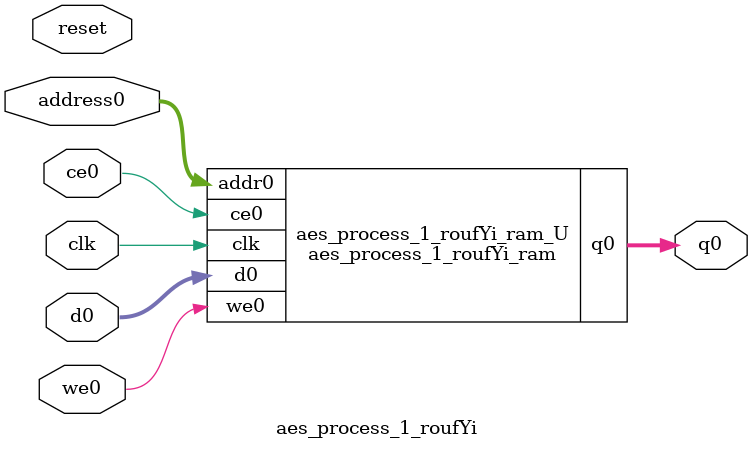
<source format=v>
`timescale 1 ns / 1 ps
module aes_process_1_roufYi_ram (addr0, ce0, d0, we0, q0,  clk);

parameter DWIDTH = 16;
parameter AWIDTH = 4;
parameter MEM_SIZE = 16;

input[AWIDTH-1:0] addr0;
input ce0;
input[DWIDTH-1:0] d0;
input we0;
output reg[DWIDTH-1:0] q0;
input clk;

(* ram_style = "distributed" *)reg [DWIDTH-1:0] ram[0:MEM_SIZE-1];




always @(posedge clk)  
begin 
    if (ce0) 
    begin
        if (we0) 
        begin 
            ram[addr0] <= d0; 
        end 
        q0 <= ram[addr0];
    end
end


endmodule

`timescale 1 ns / 1 ps
module aes_process_1_roufYi(
    reset,
    clk,
    address0,
    ce0,
    we0,
    d0,
    q0);

parameter DataWidth = 32'd16;
parameter AddressRange = 32'd16;
parameter AddressWidth = 32'd4;
input reset;
input clk;
input[AddressWidth - 1:0] address0;
input ce0;
input we0;
input[DataWidth - 1:0] d0;
output[DataWidth - 1:0] q0;



aes_process_1_roufYi_ram aes_process_1_roufYi_ram_U(
    .clk( clk ),
    .addr0( address0 ),
    .ce0( ce0 ),
    .we0( we0 ),
    .d0( d0 ),
    .q0( q0 ));

endmodule


</source>
